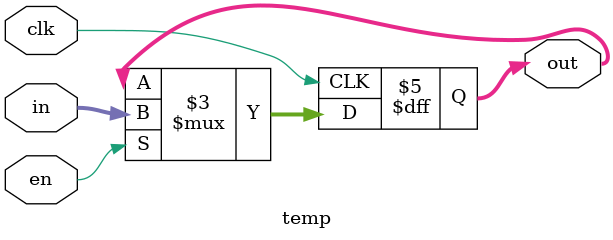
<source format=v>
module temp(in,out,clk,en);
input [7:0] in;
input clk,en;
output reg [7:0] out=0;

always @(posedge clk)
begin
if(en)
out<=in;
end
endmodule

</source>
